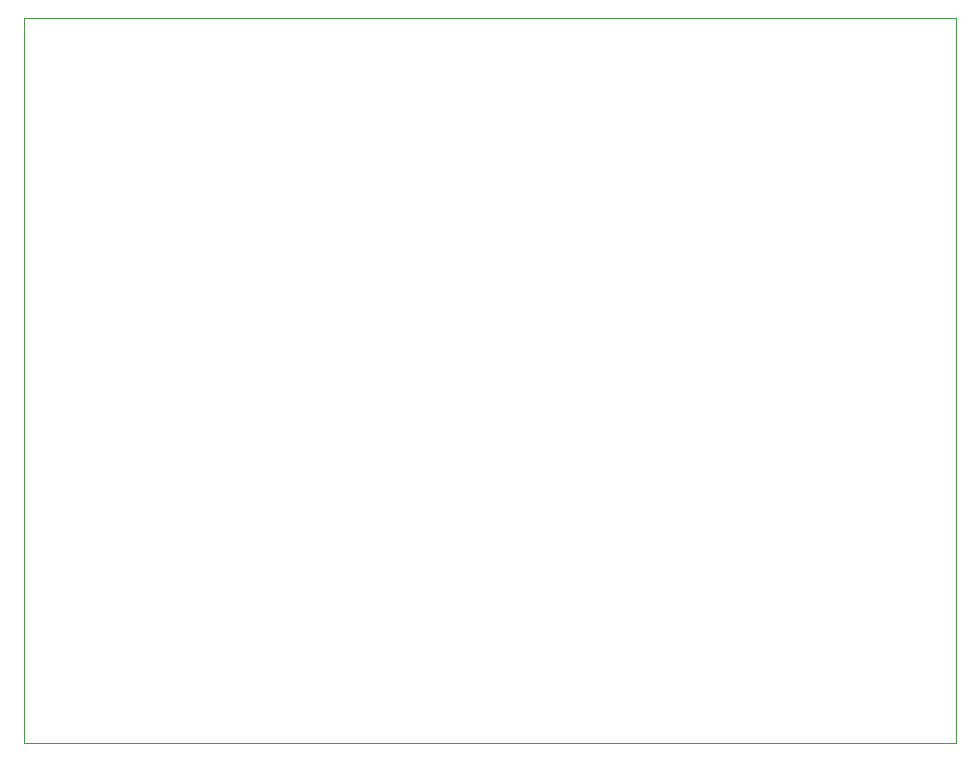
<source format=gm1>
%TF.GenerationSoftware,KiCad,Pcbnew,7.0.8*%
%TF.CreationDate,2024-03-08T20:35:52-08:00*%
%TF.ProjectId,solar_charger,736f6c61-725f-4636-9861-726765722e6b,rev?*%
%TF.SameCoordinates,Original*%
%TF.FileFunction,Profile,NP*%
%FSLAX46Y46*%
G04 Gerber Fmt 4.6, Leading zero omitted, Abs format (unit mm)*
G04 Created by KiCad (PCBNEW 7.0.8) date 2024-03-08 20:35:52*
%MOMM*%
%LPD*%
G01*
G04 APERTURE LIST*
%TA.AperFunction,Profile*%
%ADD10C,0.100000*%
%TD*%
G04 APERTURE END LIST*
D10*
X99009000Y-36576000D02*
X177927000Y-36576000D01*
X177927000Y-97968000D01*
X99009000Y-97968000D01*
X99009000Y-36576000D01*
M02*

</source>
